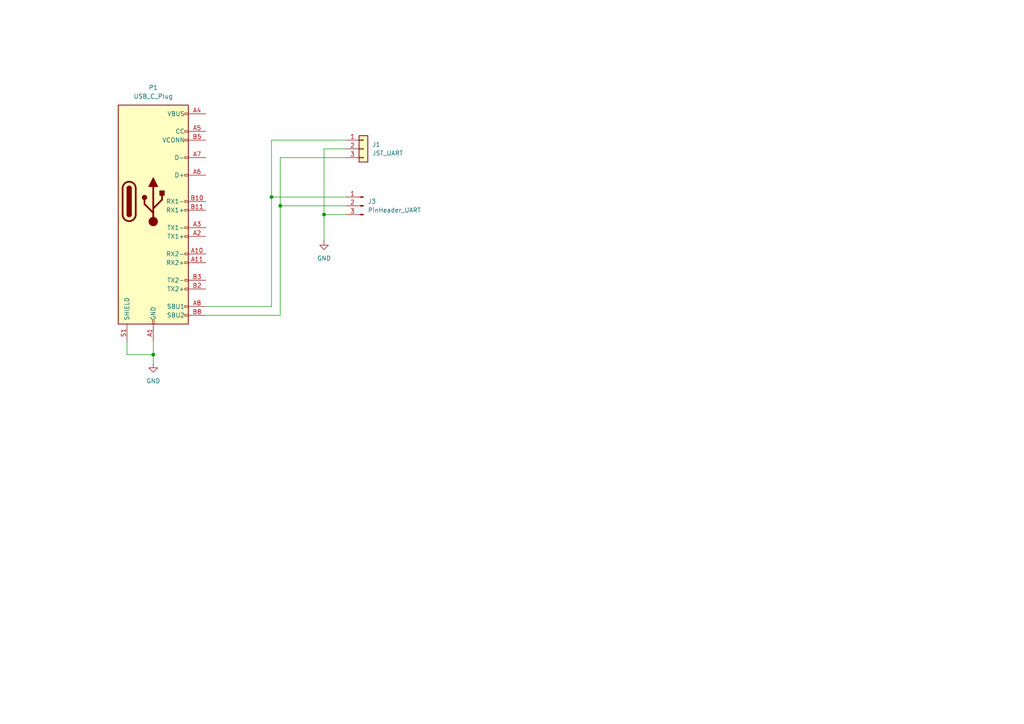
<source format=kicad_sch>
(kicad_sch (version 20250114) (generator "eeschema") (generator_version "9.0")
  (paper "A4")
  (lib_symbols
    (symbol "Connector:Conn_01x03_Pin" (pin_names (offset 1.016) (hide yes))
      (property "Reference" "J" (at 0 5.08 0))
      (property "Value" "Conn_01x03_Pin" (at 0 -5.08 0))
      (symbol "Conn_01x03_Pin_1_1"
        (rectangle (start 0.8636 2.667) (end 0 2.413) (stroke (width 0.1524)) (fill (type outline)))
        (rectangle (start 0.8636 0.127) (end 0 -0.127) (stroke (width 0.1524)) (fill (type outline)))
        (rectangle (start 0.8636 -2.413) (end 0 -2.667) (stroke (width 0.1524)) (fill (type outline)))
        (polyline (pts (xy 1.27 2.54) (xy 0.8636 2.54)) (stroke (width 0.1524)))
        (polyline (pts (xy 1.27 0) (xy 0.8636 0)) (stroke (width 0.1524)))
        (polyline (pts (xy 1.27 -2.54) (xy 0.8636 -2.54)) (stroke (width 0.1524)))
        (pin passive line (at 5.08 2.54 180) (length 3.81) (name "Pin_1") (number "1"))
        (pin passive line (at 5.08 0 180) (length 3.81) (name "Pin_2") (number "2"))
        (pin passive line (at 5.08 -2.54 180) (length 3.81) (name "Pin_3") (number "3"))
      )
    )
    (symbol "Connector:USB_C_Plug" (pin_names (offset 1.016))
      (property "Reference" "P" (at -10.16 29.21 0))
      (property "Value" "USB_C_Plug" (at 10.16 29.21 0))
      (symbol "USB_C_Plug_0_0"
        (rectangle (start -0.254 -35.56) (end 0.254 -34.544))
        (rectangle (start 10.16 25.654) (end 9.144 25.146))
        (rectangle (start 10.16 20.574) (end 9.144 20.066))
        (rectangle (start 10.16 18.034) (end 9.144 17.526))
        (rectangle (start 10.16 12.954) (end 9.144 12.446))
        (rectangle (start 10.16 7.874) (end 9.144 7.366))
        (rectangle (start 10.16 0.254) (end 9.144 -0.254))
        (rectangle (start 10.16 -2.286) (end 9.144 -2.794))
        (rectangle (start 10.16 -7.366) (end 9.144 -7.874))
        (rectangle (start 10.16 -9.906) (end 9.144 -10.414))
        (rectangle (start 10.16 -14.986) (end 9.144 -15.494))
        (rectangle (start 10.16 -17.526) (end 9.144 -18.034))
        (rectangle (start 10.16 -22.606) (end 9.144 -23.114))
        (rectangle (start 10.16 -25.146) (end 9.144 -25.654))
        (rectangle (start 10.16 -30.226) (end 9.144 -30.734))
        (rectangle (start 10.16 -32.766) (end 9.144 -33.274))
      )
      (symbol "USB_C_Plug_0_1"
        (rectangle (start -10.16 27.94) (end 10.16 -35.56) (stroke (width 0.254)) (fill (type background)))
        (polyline (pts (xy -8.89 -3.81) (xy -8.89 3.81)) (stroke (width 0.508)))
        (rectangle (start -7.62 -3.81) (end -6.35 3.81) (stroke (width 0.254)) (fill (type outline)))
        (arc (start -7.62 3.81) (mid -6.985 4.4423) (end -6.35 3.81) (stroke (width 0.254)))
        (arc (start -7.62 3.81) (mid -6.985 4.4423) (end -6.35 3.81) (stroke (width 0.254)) (fill (type outline)))
        (arc (start -8.89 3.81) (mid -6.985 5.7067) (end -5.08 3.81) (stroke (width 0.508)))
        (arc (start -5.08 -3.81) (mid -6.985 -5.7067) (end -8.89 -3.81) (stroke (width 0.508)))
        (arc (start -6.35 -3.81) (mid -6.985 -4.4423) (end -7.62 -3.81) (stroke (width 0.254)))
        (arc (start -6.35 -3.81) (mid -6.985 -4.4423) (end -7.62 -3.81) (stroke (width 0.254)) (fill (type outline)))
        (polyline (pts (xy -5.08 3.81) (xy -5.08 -3.81)) (stroke (width 0.508)))
      )
      (symbol "USB_C_Plug_1_1"
        (circle (center -2.54 1.143) (radius 0.635) (stroke (width 0.254)) (fill (type outline)))
        (polyline (pts (xy -1.27 4.318) (xy 0 6.858) (xy 1.27 4.318) (xy -1.27 4.318)) (stroke (width 0.254)) (fill (type outline)))
        (polyline (pts (xy 0 -2.032) (xy 2.54 0.508) (xy 2.54 1.778)) (stroke (width 0.508)))
        (polyline (pts (xy 0 -3.302) (xy -2.54 -0.762) (xy -2.54 0.508)) (stroke (width 0.508)))
        (polyline (pts (xy 0 -5.842) (xy 0 4.318)) (stroke (width 0.508)))
        (circle (center 0 -5.842) (radius 1.27) (fill (type outline)))
        (rectangle (start 1.905 1.778) (end 3.175 3.048) (stroke (width 0.254)) (fill (type outline)))
        (pin passive line (at -7.62 -40.64 90) (length 5.08) (name "SHIELD") (number "S1"))
        (pin passive line (at 0 -40.64 90) (length 5.08) (name "GND") (number "A1"))
        (pin passive line (at 0 -40.64 90) (length 5.08) (hide yes) (name "GND") (number "A12"))
        (pin passive line (at 0 -40.64 90) (length 5.08) (hide yes) (name "GND") (number "B1"))
        (pin passive line (at 0 -40.64 90) (length 5.08) (hide yes) (name "GND") (number "B12"))
        (pin passive line (at 15.24 25.4 180) (length 5.08) (name "VBUS") (number "A4"))
        (pin passive line (at 15.24 25.4 180) (length 5.08) (hide yes) (name "VBUS") (number "A9"))
        (pin passive line (at 15.24 25.4 180) (length 5.08) (hide yes) (name "VBUS") (number "B4"))
        (pin passive line (at 15.24 25.4 180) (length 5.08) (hide yes) (name "VBUS") (number "B9"))
        (pin bidirectional line (at 15.24 20.32 180) (length 5.08) (name "CC") (number "A5"))
        (pin bidirectional line (at 15.24 17.78 180) (length 5.08) (name "VCONN") (number "B5"))
        (pin bidirectional line (at 15.24 12.7 180) (length 5.08) (name "D-") (number "A7"))
        (pin bidirectional line (at 15.24 7.62 180) (length 5.08) (name "D+") (number "A6"))
        (pin bidirectional line (at 15.24 0 180) (length 5.08) (name "RX1-") (number "B10"))
        (pin bidirectional line (at 15.24 -2.54 180) (length 5.08) (name "RX1+") (number "B11"))
        (pin bidirectional line (at 15.24 -7.62 180) (length 5.08) (name "TX1-") (number "A3"))
        (pin bidirectional line (at 15.24 -10.16 180) (length 5.08) (name "TX1+") (number "A2"))
        (pin bidirectional line (at 15.24 -15.24 180) (length 5.08) (name "RX2-") (number "A10"))
        (pin bidirectional line (at 15.24 -17.78 180) (length 5.08) (name "RX2+") (number "A11"))
        (pin bidirectional line (at 15.24 -22.86 180) (length 5.08) (name "TX2-") (number "B3"))
        (pin bidirectional line (at 15.24 -25.4 180) (length 5.08) (name "TX2+") (number "B2"))
        (pin bidirectional line (at 15.24 -30.48 180) (length 5.08) (name "SBU1") (number "A8"))
        (pin bidirectional line (at 15.24 -33.02 180) (length 5.08) (name "SBU2") (number "B8"))
      )
    )
    (symbol "Connector_Generic:Conn_01x03" (pin_names (offset 1.016) (hide yes))
      (property "Reference" "J" (at 0 5.08 0))
      (property "Value" "Conn_01x03" (at 0 -5.08 0))
      (symbol "Conn_01x03_1_1"
        (rectangle (start -1.27 3.81) (end 1.27 -3.81) (stroke (width 0.254)) (fill (type background)))
        (rectangle (start -1.27 2.667) (end 0 2.413) (stroke (width 0.1524)))
        (rectangle (start -1.27 0.127) (end 0 -0.127) (stroke (width 0.1524)))
        (rectangle (start -1.27 -2.413) (end 0 -2.667) (stroke (width 0.1524)))
        (pin passive line (at -5.08 2.54 0) (length 3.81) (name "Pin_1") (number "1"))
        (pin passive line (at -5.08 0 0) (length 3.81) (name "Pin_2") (number "2"))
        (pin passive line (at -5.08 -2.54 0) (length 3.81) (name "Pin_3") (number "3"))
      )
    )
    (symbol "power:GND" (power) (pin_numbers (hide yes)) (pin_names (offset 0) (hide yes))
      (property "Value" "GND" (at 0 -3.81 0))
      (symbol "GND_0_1"
        (polyline (pts (xy 0 0) (xy 0 -1.27) (xy 1.27 -1.27) (xy 0 -2.54) (xy -1.27 -1.27) (xy 0 -1.27)))
      )
      (symbol "GND_1_1"
        (pin power_in line (at 0 0 270) (length 0) (name "~") (number "1"))
      )
    )
  )
  (junction (at 81.28 59.69))
  (junction (at 93.98 62.23))
  (junction (at 78.74 57.15))
  (junction (at 44.45 102.87))
  (wire (pts (xy 59.69 88.9) (xy 78.74 88.9)))
  (wire (pts (xy 81.28 59.69) (xy 81.28 91.44)))
  (wire (pts (xy 93.98 43.18) (xy 93.98 62.23)))
  (wire (pts (xy 78.74 40.64) (xy 100.33 40.64)))
  (wire (pts (xy 36.83 99.06) (xy 36.83 102.87)))
  (wire (pts (xy 100.33 43.18) (xy 93.98 43.18)))
  (wire (pts (xy 36.83 102.87) (xy 44.45 102.87)))
  (wire (pts (xy 93.98 62.23) (xy 93.98 69.85)))
  (wire (pts (xy 100.33 45.72) (xy 81.28 45.72)))
  (wire (pts (xy 81.28 45.72) (xy 81.28 59.69)))
  (wire (pts (xy 44.45 102.87) (xy 44.45 105.41)))
  (wire (pts (xy 78.74 57.15) (xy 78.74 40.64)))
  (wire (pts (xy 44.45 102.87) (xy 44.45 99.06)))
  (wire (pts (xy 78.74 57.15) (xy 100.33 57.15)))
  (wire (pts (xy 78.74 88.9) (xy 78.74 57.15)))
  (wire (pts (xy 81.28 91.44) (xy 59.69 91.44)))
  (wire (pts (xy 81.28 59.69) (xy 100.33 59.69)))
  (wire (pts (xy 93.98 62.23) (xy 100.33 62.23)))
  (symbol (lib_id "Connector:USB_C_Plug") (at 44.45 58.42 0) (unit 1)
    (property "Reference" "P1" (at 44.45 25.4 0))
    (property "Value" "USB_C_Plug" (at 44.45 27.94 0))
    (property "Footprint" "Expansion_Card:USB_C_Plug_Molex_105444" (effects (hide yes)))
    (property "Datasheet" "https://www.usb.org/sites/default/files/documents/usb_type-c.zip" (effects (hide yes)))
    (property "Description" "USB Type-C Plug connector" (effects (hide yes)))
  )
  (symbol (lib_id "Connector:Conn_01x03_Pin") (at 105.41 59.69 0) (mirror y) (unit 1)
    (property "Reference" "J3" (at 106.68 58.4199 0) (effects (justify right)))
    (property "Value" "PinHeader_UART" (at 106.68 60.9599 0) (effects (justify right)))
    (property "Footprint" "Connector_PinHeader_2.54mm:PinHeader_1x03_P2.54mm_Horizontal" (effects (hide yes)))
    (property "Description" "Generic connector, single row, 01x03, script generated" (effects (hide yes)))
  )
  (symbol (lib_id "power:GND") (at 93.98 69.85 0) (unit 1)
    (property "Reference" "#PWR02" (effects (hide yes)))
    (property "Value" "GND" (at 93.98 74.93 0))
    (property "Description" "Power symbol creates a global label with name \"GND\" , ground" (effects (hide yes)))
  )
  (symbol (lib_id "Connector_Generic:Conn_01x03") (at 105.41 43.18 0) (unit 1)
    (property "Reference" "J1" (at 107.95 41.9099 0) (effects (justify left)))
    (property "Value" "JST_UART" (at 107.95 44.4499 0) (effects (justify left)))
    (property "Footprint" "Connector_JST:JST_SH_SM03B-SRSS-TB_1x03-1MP_P1.00mm_Horizontal" (effects (hide yes)))
    (property "Description" "Generic connector, single row, 01x03, script generated (kicad-library-utils/schlib/autogen/connector/)" (effects (hide yes)))
  )
  (symbol (lib_id "power:GND") (at 44.45 105.41 0) (unit 1)
    (property "Reference" "#PWR01" (effects (hide yes)))
    (property "Value" "GND" (at 44.45 110.49 0))
    (property "Description" "Power symbol creates a global label with name \"GND\" , ground" (effects (hide yes)))
  )
)
</source>
